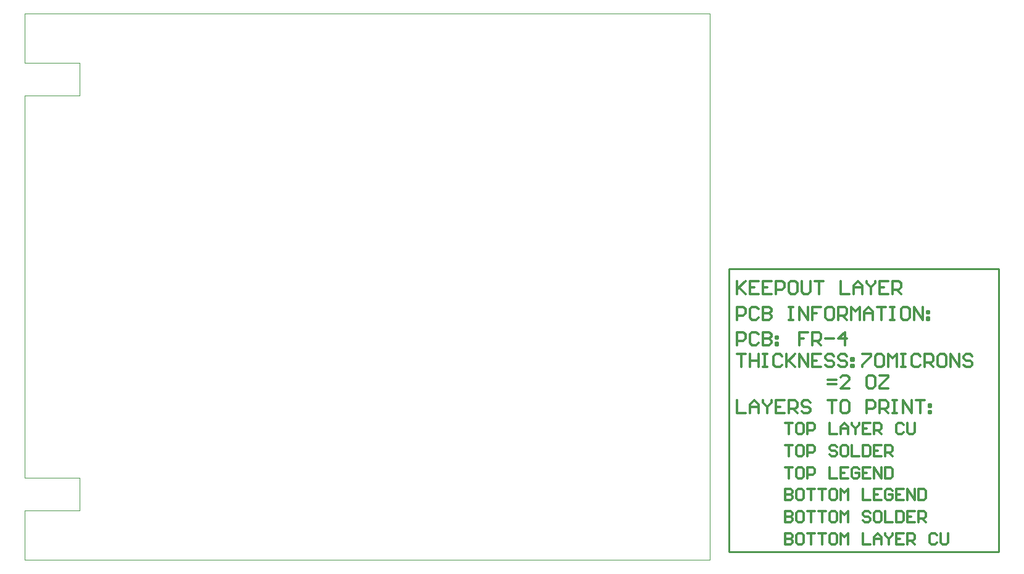
<source format=gko>
%FSLAX25Y25*%
%MOIN*%
G70*
G01*
G75*
G04 Layer_Color=16711935*
%ADD10C,0.03200*%
%ADD11C,0.02400*%
%ADD12R,0.06693X0.06693*%
%ADD13R,0.06693X0.06693*%
%ADD14C,0.00400*%
%ADD15C,0.01200*%
%ADD16R,0.07500X0.09000*%
%ADD17O,0.07500X0.09000*%
%ADD18O,0.07500X0.09000*%
%ADD19R,0.07500X0.09000*%
%ADD20O,0.09000X0.07500*%
%ADD21R,0.09000X0.07500*%
%ADD22R,0.10500X0.10500*%
%ADD23C,0.10500*%
%ADD24R,0.10500X0.10500*%
%ADD25C,0.10000*%
%ADD26C,0.09000*%
%ADD27C,0.07500*%
%ADD28C,0.06000*%
%ADD29C,0.04000*%
%ADD30R,0.06693X0.05118*%
%ADD31R,0.05118X0.06693*%
%ADD32C,0.01400*%
%ADD33C,0.00600*%
%ADD34C,0.00800*%
%ADD35C,0.00787*%
%ADD36C,0.01600*%
%ADD37C,0.01000*%
%ADD38R,0.07493X0.07493*%
%ADD39R,0.07493X0.07493*%
%ADD40R,0.08300X0.09800*%
%ADD41O,0.08300X0.09800*%
%ADD42O,0.08300X0.09800*%
%ADD43R,0.08300X0.09800*%
%ADD44O,0.09800X0.08300*%
%ADD45R,0.09800X0.08300*%
%ADD46R,0.11300X0.11300*%
%ADD47C,0.11300*%
%ADD48C,0.00800*%
%ADD49R,0.11300X0.11300*%
%ADD50C,0.10800*%
%ADD51C,0.09800*%
%ADD52C,0.08300*%
%ADD53R,0.07493X0.05918*%
%ADD54R,0.05918X0.07493*%
D14*
X393701Y688976D02*
X393701Y688976D01*
X393701Y662402D02*
Y688976D01*
Y437992D02*
Y644685D01*
Y393701D02*
X393701Y393701D01*
X393701Y393701D02*
Y420276D01*
X423228D01*
Y437992D01*
X393701D02*
X423228D01*
X393701Y644685D02*
X423228D01*
Y662402D01*
X393701D02*
X423228D01*
X393701Y688976D02*
X763780D01*
Y393701D02*
Y688976D01*
X393701Y393701D02*
X763780D01*
D15*
X804400Y443882D02*
X808399D01*
X806399D01*
Y437884D01*
X813397Y443882D02*
X811398D01*
X810398Y442882D01*
Y438884D01*
X811398Y437884D01*
X813397D01*
X814397Y438884D01*
Y442882D01*
X813397Y443882D01*
X816396Y437884D02*
Y443882D01*
X819395D01*
X820395Y442882D01*
Y440883D01*
X819395Y439883D01*
X816396D01*
X828392Y443882D02*
Y437884D01*
X832391D01*
X838389Y443882D02*
X834390D01*
Y437884D01*
X838389D01*
X834390Y440883D02*
X836390D01*
X844387Y442882D02*
X843387Y443882D01*
X841388D01*
X840388Y442882D01*
Y438884D01*
X841388Y437884D01*
X843387D01*
X844387Y438884D01*
Y440883D01*
X842388D01*
X850385Y443882D02*
X846386D01*
Y437884D01*
X850385D01*
X846386Y440883D02*
X848386D01*
X852384Y437884D02*
Y443882D01*
X856383Y437884D01*
Y443882D01*
X858383D02*
Y437884D01*
X861382D01*
X862381Y438884D01*
Y442882D01*
X861382Y443882D01*
X858383D01*
X804400Y420093D02*
Y414095D01*
X807399D01*
X808399Y415094D01*
Y416094D01*
X807399Y417094D01*
X804400D01*
X807399D01*
X808399Y418093D01*
Y419093D01*
X807399Y420093D01*
X804400D01*
X813397D02*
X811398D01*
X810398Y419093D01*
Y415094D01*
X811398Y414095D01*
X813397D01*
X814397Y415094D01*
Y419093D01*
X813397Y420093D01*
X816396D02*
X820395D01*
X818396D01*
Y414095D01*
X822394Y420093D02*
X826393D01*
X824393D01*
Y414095D01*
X831391Y420093D02*
X829392D01*
X828392Y419093D01*
Y415094D01*
X829392Y414095D01*
X831391D01*
X832391Y415094D01*
Y419093D01*
X831391Y420093D01*
X834390Y414095D02*
Y420093D01*
X836390Y418093D01*
X838389Y420093D01*
Y414095D01*
X850385Y419093D02*
X849385Y420093D01*
X847386D01*
X846386Y419093D01*
Y418093D01*
X847386Y417094D01*
X849385D01*
X850385Y416094D01*
Y415094D01*
X849385Y414095D01*
X847386D01*
X846386Y415094D01*
X855383Y420093D02*
X853384D01*
X852384Y419093D01*
Y415094D01*
X853384Y414095D01*
X855383D01*
X856383Y415094D01*
Y419093D01*
X855383Y420093D01*
X858383D02*
Y414095D01*
X862381D01*
X864381Y420093D02*
Y414095D01*
X867380D01*
X868379Y415094D01*
Y419093D01*
X867380Y420093D01*
X864381D01*
X874377D02*
X870379D01*
Y414095D01*
X874377D01*
X870379Y417094D02*
X872378D01*
X876377Y414095D02*
Y420093D01*
X879376D01*
X880375Y419093D01*
Y417094D01*
X879376Y416094D01*
X876377D01*
X878376D02*
X880375Y414095D01*
X804400Y455777D02*
X808399D01*
X806399D01*
Y449779D01*
X813397Y455777D02*
X811398D01*
X810398Y454777D01*
Y450778D01*
X811398Y449779D01*
X813397D01*
X814397Y450778D01*
Y454777D01*
X813397Y455777D01*
X816396Y449779D02*
Y455777D01*
X819395D01*
X820395Y454777D01*
Y452778D01*
X819395Y451778D01*
X816396D01*
X832391Y454777D02*
X831391Y455777D01*
X829392D01*
X828392Y454777D01*
Y453777D01*
X829392Y452778D01*
X831391D01*
X832391Y451778D01*
Y450778D01*
X831391Y449779D01*
X829392D01*
X828392Y450778D01*
X837389Y455777D02*
X835390D01*
X834390Y454777D01*
Y450778D01*
X835390Y449779D01*
X837389D01*
X838389Y450778D01*
Y454777D01*
X837389Y455777D01*
X840388D02*
Y449779D01*
X844387D01*
X846386Y455777D02*
Y449779D01*
X849385D01*
X850385Y450778D01*
Y454777D01*
X849385Y455777D01*
X846386D01*
X856383D02*
X852384D01*
Y449779D01*
X856383D01*
X852384Y452778D02*
X854384D01*
X858383Y449779D02*
Y455777D01*
X861382D01*
X862381Y454777D01*
Y452778D01*
X861382Y451778D01*
X858383D01*
X860382D02*
X862381Y449779D01*
X804400Y467671D02*
X808399D01*
X806399D01*
Y461673D01*
X813397Y467671D02*
X811398D01*
X810398Y466672D01*
Y462673D01*
X811398Y461673D01*
X813397D01*
X814397Y462673D01*
Y466672D01*
X813397Y467671D01*
X816396Y461673D02*
Y467671D01*
X819395D01*
X820395Y466672D01*
Y464672D01*
X819395Y463672D01*
X816396D01*
X828392Y467671D02*
Y461673D01*
X832391D01*
X834390D02*
Y465672D01*
X836390Y467671D01*
X838389Y465672D01*
Y461673D01*
Y464672D01*
X834390D01*
X840388Y467671D02*
Y466672D01*
X842388Y464672D01*
X844387Y466672D01*
Y467671D01*
X842388Y464672D02*
Y461673D01*
X850385Y467671D02*
X846386D01*
Y461673D01*
X850385D01*
X846386Y464672D02*
X848386D01*
X852384Y461673D02*
Y467671D01*
X855383D01*
X856383Y466672D01*
Y464672D01*
X855383Y463672D01*
X852384D01*
X854384D02*
X856383Y461673D01*
X868379Y466672D02*
X867380Y467671D01*
X865380D01*
X864381Y466672D01*
Y462673D01*
X865380Y461673D01*
X867380D01*
X868379Y462673D01*
X870379Y467671D02*
Y462673D01*
X871378Y461673D01*
X873378D01*
X874377Y462673D01*
Y467671D01*
X804400Y431987D02*
Y425989D01*
X807399D01*
X808399Y426989D01*
Y427989D01*
X807399Y428988D01*
X804400D01*
X807399D01*
X808399Y429988D01*
Y430988D01*
X807399Y431987D01*
X804400D01*
X813397D02*
X811398D01*
X810398Y430988D01*
Y426989D01*
X811398Y425989D01*
X813397D01*
X814397Y426989D01*
Y430988D01*
X813397Y431987D01*
X816396D02*
X820395D01*
X818396D01*
Y425989D01*
X822394Y431987D02*
X826393D01*
X824393D01*
Y425989D01*
X831391Y431987D02*
X829392D01*
X828392Y430988D01*
Y426989D01*
X829392Y425989D01*
X831391D01*
X832391Y426989D01*
Y430988D01*
X831391Y431987D01*
X834390Y425989D02*
Y431987D01*
X836390Y429988D01*
X838389Y431987D01*
Y425989D01*
X846386Y431987D02*
Y425989D01*
X850385D01*
X856383Y431987D02*
X852384D01*
Y425989D01*
X856383D01*
X852384Y428988D02*
X854384D01*
X862381Y430988D02*
X861382Y431987D01*
X859382D01*
X858383Y430988D01*
Y426989D01*
X859382Y425989D01*
X861382D01*
X862381Y426989D01*
Y428988D01*
X860382D01*
X868379Y431987D02*
X864381D01*
Y425989D01*
X868379D01*
X864381Y428988D02*
X866380D01*
X870379Y425989D02*
Y431987D01*
X874377Y425989D01*
Y431987D01*
X876377D02*
Y425989D01*
X879376D01*
X880375Y426989D01*
Y430988D01*
X879376Y431987D01*
X876377D01*
X804400Y408198D02*
Y402200D01*
X807399D01*
X808399Y403200D01*
Y404199D01*
X807399Y405199D01*
X804400D01*
X807399D01*
X808399Y406199D01*
Y407198D01*
X807399Y408198D01*
X804400D01*
X813397D02*
X811398D01*
X810398Y407198D01*
Y403200D01*
X811398Y402200D01*
X813397D01*
X814397Y403200D01*
Y407198D01*
X813397Y408198D01*
X816396D02*
X820395D01*
X818396D01*
Y402200D01*
X822394Y408198D02*
X826393D01*
X824393D01*
Y402200D01*
X831391Y408198D02*
X829392D01*
X828392Y407198D01*
Y403200D01*
X829392Y402200D01*
X831391D01*
X832391Y403200D01*
Y407198D01*
X831391Y408198D01*
X834390Y402200D02*
Y408198D01*
X836390Y406199D01*
X838389Y408198D01*
Y402200D01*
X846386Y408198D02*
Y402200D01*
X850385D01*
X852384D02*
Y406199D01*
X854384Y408198D01*
X856383Y406199D01*
Y402200D01*
Y405199D01*
X852384D01*
X858383Y408198D02*
Y407198D01*
X860382Y405199D01*
X862381Y407198D01*
Y408198D01*
X860382Y405199D02*
Y402200D01*
X868379Y408198D02*
X864381D01*
Y402200D01*
X868379D01*
X864381Y405199D02*
X866380D01*
X870379Y402200D02*
Y408198D01*
X873378D01*
X874377Y407198D01*
Y405199D01*
X873378Y404199D01*
X870379D01*
X872378D02*
X874377Y402200D01*
X886374Y407198D02*
X885374Y408198D01*
X883375D01*
X882375Y407198D01*
Y403200D01*
X883375Y402200D01*
X885374D01*
X886374Y403200D01*
X888373Y408198D02*
Y403200D01*
X889373Y402200D01*
X891372D01*
X892372Y403200D01*
Y408198D01*
X778200Y480098D02*
Y473100D01*
X782865D01*
X785198D02*
Y477765D01*
X787530Y480098D01*
X789863Y477765D01*
Y473100D01*
Y476599D01*
X785198D01*
X792196Y480098D02*
Y478932D01*
X794528Y476599D01*
X796861Y478932D01*
Y480098D01*
X794528Y476599D02*
Y473100D01*
X803858Y480098D02*
X799193D01*
Y473100D01*
X803858D01*
X799193Y476599D02*
X801526D01*
X806191Y473100D02*
Y480098D01*
X809690D01*
X810856Y478932D01*
Y476599D01*
X809690Y475433D01*
X806191D01*
X808523D02*
X810856Y473100D01*
X817854Y478932D02*
X816688Y480098D01*
X814355D01*
X813189Y478932D01*
Y477765D01*
X814355Y476599D01*
X816688D01*
X817854Y475433D01*
Y474266D01*
X816688Y473100D01*
X814355D01*
X813189Y474266D01*
X827184Y480098D02*
X831849D01*
X829517D01*
Y473100D01*
X837681Y480098D02*
X835348D01*
X834182Y478932D01*
Y474266D01*
X835348Y473100D01*
X837681D01*
X838847Y474266D01*
Y478932D01*
X837681Y480098D01*
X848177Y473100D02*
Y480098D01*
X851676D01*
X852843Y478932D01*
Y476599D01*
X851676Y475433D01*
X848177D01*
X855175Y473100D02*
Y480098D01*
X858674D01*
X859840Y478932D01*
Y476599D01*
X858674Y475433D01*
X855175D01*
X857508D02*
X859840Y473100D01*
X862173Y480098D02*
X864505D01*
X863339D01*
Y473100D01*
X862173D01*
X864505D01*
X868004D02*
Y480098D01*
X872670Y473100D01*
Y480098D01*
X875002D02*
X879667D01*
X877335D01*
Y473100D01*
X882000Y477765D02*
X883166D01*
Y476599D01*
X882000D01*
Y477765D01*
Y474266D02*
X883166D01*
Y473100D01*
X882000D01*
Y474266D01*
X778304Y509900D02*
Y516898D01*
X781803D01*
X782969Y515731D01*
Y513399D01*
X781803Y512233D01*
X778304D01*
X789967Y515731D02*
X788801Y516898D01*
X786468D01*
X785302Y515731D01*
Y511066D01*
X786468Y509900D01*
X788801D01*
X789967Y511066D01*
X792299Y516898D02*
Y509900D01*
X795798D01*
X796965Y511066D01*
Y512233D01*
X795798Y513399D01*
X792299D01*
X795798D01*
X796965Y514565D01*
Y515731D01*
X795798Y516898D01*
X792299D01*
X799297Y514565D02*
X800463D01*
Y513399D01*
X799297D01*
Y514565D01*
Y511066D02*
X800463D01*
Y509900D01*
X799297D01*
Y511066D01*
X816792Y516898D02*
X812126D01*
Y513399D01*
X814459D01*
X812126D01*
Y509900D01*
X819124D02*
Y516898D01*
X822623D01*
X823789Y515731D01*
Y513399D01*
X822623Y512233D01*
X819124D01*
X821457D02*
X823789Y509900D01*
X826122Y513399D02*
X830787D01*
X836618Y509900D02*
Y516898D01*
X833120Y513399D01*
X837785D01*
X778304Y505044D02*
X782969D01*
X780637D01*
Y498046D01*
X785302Y505044D02*
Y498046D01*
Y501545D01*
X789967D01*
Y505044D01*
Y498046D01*
X792299Y505044D02*
X794632D01*
X793466D01*
Y498046D01*
X792299D01*
X794632D01*
X802796Y503877D02*
X801630Y505044D01*
X799297D01*
X798131Y503877D01*
Y499212D01*
X799297Y498046D01*
X801630D01*
X802796Y499212D01*
X805129Y505044D02*
Y498046D01*
Y500378D01*
X809794Y505044D01*
X806295Y501545D01*
X809794Y498046D01*
X812126D02*
Y505044D01*
X816792Y498046D01*
Y505044D01*
X823789D02*
X819124D01*
Y498046D01*
X823789D01*
X819124Y501545D02*
X821457D01*
X830787Y503877D02*
X829621Y505044D01*
X827288D01*
X826122Y503877D01*
Y502711D01*
X827288Y501545D01*
X829621D01*
X830787Y500378D01*
Y499212D01*
X829621Y498046D01*
X827288D01*
X826122Y499212D01*
X837785Y503877D02*
X836618Y505044D01*
X834286D01*
X833120Y503877D01*
Y502711D01*
X834286Y501545D01*
X836618D01*
X837785Y500378D01*
Y499212D01*
X836618Y498046D01*
X834286D01*
X833120Y499212D01*
X840117Y502711D02*
X841284D01*
Y501545D01*
X840117D01*
Y502711D01*
Y499212D02*
X841284D01*
Y498046D01*
X840117D01*
Y499212D01*
X845949Y505044D02*
X850614D01*
Y503877D01*
X845949Y499212D01*
Y498046D01*
X852946Y503877D02*
X854113Y505044D01*
X856445D01*
X857612Y503877D01*
Y499212D01*
X856445Y498046D01*
X854113D01*
X852946Y499212D01*
Y503877D01*
X859944Y498046D02*
Y505044D01*
X862277Y502711D01*
X864609Y505044D01*
Y498046D01*
X866942Y505044D02*
X869275D01*
X868108D01*
Y498046D01*
X866942D01*
X869275D01*
X877439Y503877D02*
X876272Y505044D01*
X873940D01*
X872773Y503877D01*
Y499212D01*
X873940Y498046D01*
X876272D01*
X877439Y499212D01*
X879771Y498046D02*
Y505044D01*
X883270D01*
X884436Y503877D01*
Y501545D01*
X883270Y500378D01*
X879771D01*
X882104D02*
X884436Y498046D01*
X890268Y505044D02*
X887935D01*
X886769Y503877D01*
Y499212D01*
X887935Y498046D01*
X890268D01*
X891434Y499212D01*
Y503877D01*
X890268Y505044D01*
X893767Y498046D02*
Y505044D01*
X898432Y498046D01*
Y505044D01*
X905430Y503877D02*
X904263Y505044D01*
X901931D01*
X900764Y503877D01*
Y502711D01*
X901931Y501545D01*
X904263D01*
X905430Y500378D01*
Y499212D01*
X904263Y498046D01*
X901931D01*
X900764Y499212D01*
X778304Y523500D02*
Y530498D01*
X781803D01*
X782969Y529331D01*
Y526999D01*
X781803Y525833D01*
X778304D01*
X789967Y529331D02*
X788801Y530498D01*
X786468D01*
X785302Y529331D01*
Y524666D01*
X786468Y523500D01*
X788801D01*
X789967Y524666D01*
X792299Y530498D02*
Y523500D01*
X795798D01*
X796965Y524666D01*
Y525833D01*
X795798Y526999D01*
X792299D01*
X795798D01*
X796965Y528165D01*
Y529331D01*
X795798Y530498D01*
X792299D01*
X806295D02*
X808628D01*
X807461D01*
Y523500D01*
X806295D01*
X808628D01*
X812126D02*
Y530498D01*
X816792Y523500D01*
Y530498D01*
X823789D02*
X819124D01*
Y526999D01*
X821457D01*
X819124D01*
Y523500D01*
X829621Y530498D02*
X827288D01*
X826122Y529331D01*
Y524666D01*
X827288Y523500D01*
X829621D01*
X830787Y524666D01*
Y529331D01*
X829621Y530498D01*
X833120Y523500D02*
Y530498D01*
X836618D01*
X837785Y529331D01*
Y526999D01*
X836618Y525833D01*
X833120D01*
X835452D02*
X837785Y523500D01*
X840117D02*
Y530498D01*
X842450Y528165D01*
X844783Y530498D01*
Y523500D01*
X847115D02*
Y528165D01*
X849448Y530498D01*
X851780Y528165D01*
Y523500D01*
Y526999D01*
X847115D01*
X854113Y530498D02*
X858778D01*
X856445D01*
Y523500D01*
X861110Y530498D02*
X863443D01*
X862277D01*
Y523500D01*
X861110D01*
X863443D01*
X870441Y530498D02*
X868108D01*
X866942Y529331D01*
Y524666D01*
X868108Y523500D01*
X870441D01*
X871607Y524666D01*
Y529331D01*
X870441Y530498D01*
X873940Y523500D02*
Y530498D01*
X878605Y523500D01*
Y530498D01*
X880937Y528165D02*
X882104D01*
Y526999D01*
X880937D01*
Y528165D01*
Y524666D02*
X882104D01*
Y523500D01*
X880937D01*
Y524666D01*
X778304Y544598D02*
Y537600D01*
Y539933D01*
X782969Y544598D01*
X779470Y541099D01*
X782969Y537600D01*
X789967Y544598D02*
X785302D01*
Y537600D01*
X789967D01*
X785302Y541099D02*
X787634D01*
X796965Y544598D02*
X792299D01*
Y537600D01*
X796965D01*
X792299Y541099D02*
X794632D01*
X799297Y537600D02*
Y544598D01*
X802796D01*
X803962Y543432D01*
Y541099D01*
X802796Y539933D01*
X799297D01*
X809794Y544598D02*
X807461D01*
X806295Y543432D01*
Y538766D01*
X807461Y537600D01*
X809794D01*
X810960Y538766D01*
Y543432D01*
X809794Y544598D01*
X813293D02*
Y538766D01*
X814459Y537600D01*
X816792D01*
X817958Y538766D01*
Y544598D01*
X820290D02*
X824955D01*
X822623D01*
Y537600D01*
X834286Y544598D02*
Y537600D01*
X838951D01*
X841284D02*
Y542265D01*
X843616Y544598D01*
X845949Y542265D01*
Y537600D01*
Y541099D01*
X841284D01*
X848281Y544598D02*
Y543432D01*
X850614Y541099D01*
X852946Y543432D01*
Y544598D01*
X850614Y541099D02*
Y537600D01*
X859944Y544598D02*
X855279D01*
Y537600D01*
X859944D01*
X855279Y541099D02*
X857612D01*
X862277Y537600D02*
Y544598D01*
X865776D01*
X866942Y543432D01*
Y541099D01*
X865776Y539933D01*
X862277D01*
X864609D02*
X866942Y537600D01*
X827184Y488833D02*
X831849D01*
X827184Y491165D02*
X831849D01*
X838847Y486500D02*
X834182D01*
X838847Y491165D01*
Y492332D01*
X837681Y493498D01*
X835348D01*
X834182Y492332D01*
X851676Y493498D02*
X849344D01*
X848177Y492332D01*
Y487666D01*
X849344Y486500D01*
X851676D01*
X852843Y487666D01*
Y492332D01*
X851676Y493498D01*
X855175D02*
X859840D01*
Y492332D01*
X855175Y487666D01*
Y486500D01*
X859840D01*
D37*
X773916Y551100D02*
X919586D01*
Y398200D02*
Y551100D01*
X773916Y398200D02*
X919586D01*
X773916D02*
Y551100D01*
M02*

</source>
